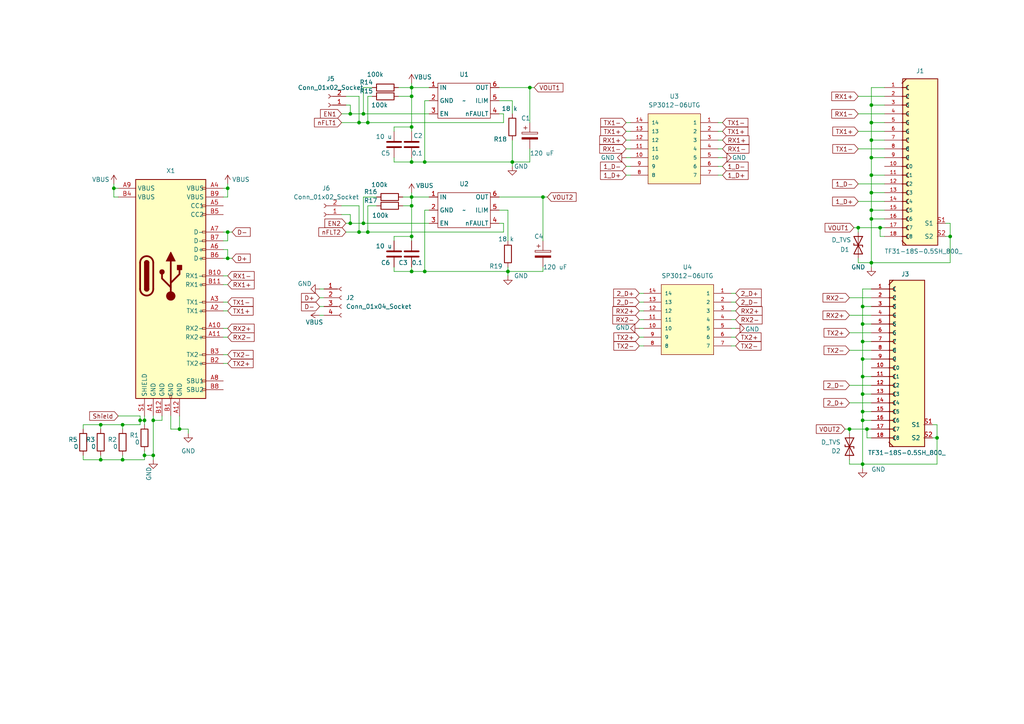
<source format=kicad_sch>
(kicad_sch (version 20250114) (generator "eeschema") (generator_version "9.0")
  (paper "A4")
  (lib_symbols
    (symbol "Connector:Conn_01x02_Socket" (pin_names (offset 1.016) (hide yes))
      (property "Reference" "J" (at 0 2.54 0))
      (property "Value" "Conn_01x02_Socket" (at 0 -5.08 0))
      (symbol "Conn_01x02_Socket_1_1"
        (pin passive line (at -5.08 0 0) (length 3.81) (name "Pin_1") (number "1"))
        (pin passive line (at -5.08 -2.54 0) (length 3.81) (name "Pin_2") (number "2"))
      )
    )
    (symbol "Connector:Conn_01x04_Socket" (pin_names (offset 1.016) (hide yes))
      (property "Reference" "J" (at 0 5.08 0))
      (property "Value" "Conn_01x04_Socket" (at 0 -7.62 0))
      (symbol "Conn_01x04_Socket_1_1"
        (pin passive line (at -5.08 2.54 0) (length 3.81) (name "Pin_1") (number "1"))
        (pin passive line (at -5.08 0 0) (length 3.81) (name "Pin_2") (number "2"))
        (pin passive line (at -5.08 -2.54 0) (length 3.81) (name "Pin_3") (number "3"))
        (pin passive line (at -5.08 -5.08 0) (length 3.81) (name "Pin_4") (number "4"))
      )
    )
    (symbol "Device:C" (pin_numbers (hide yes)) (pin_names (offset 0.254))
      (property "Reference" "C" (at 0.635 2.54 0))
      (property "Value" "C" (at 0.635 -2.54 0))
      (symbol "C_1_1"
        (pin passive line (at 0 3.81 270) (length 2.794) (name "~") (number "1"))
        (pin passive line (at 0 -3.81 90) (length 2.794) (name "~") (number "2"))
      )
    )
    (symbol "Device:C_Polarized" (pin_numbers (hide yes)) (pin_names (offset 0.254))
      (property "Reference" "C" (at 0.635 2.54 0))
      (property "Value" "C_Polarized" (at 0.635 -2.54 0))
      (symbol "C_Polarized_1_1"
        (pin passive line (at 0 3.81 270) (length 2.794) (name "~") (number "1"))
        (pin passive line (at 0 -3.81 90) (length 2.794) (name "~") (number "2"))
      )
    )
    (symbol "Device:D_TVS" (pin_numbers (hide yes)) (pin_names (offset 1.016) (hide yes))
      (property "Reference" "D" (at 0 2.54 0))
      (property "Value" "D_TVS" (at 0 -2.54 0))
      (symbol "D_TVS_1_1"
        (pin passive line (at -3.81 0 0) (length 2.54) (name "A1") (number "1"))
        (pin passive line (at 3.81 0 180) (length 2.54) (name "A2") (number "2"))
      )
    )
    (symbol "Device:R" (pin_numbers (hide yes)) (pin_names (offset 0))
      (property "Reference" "R" (at 2.032 0 90))
      (property "Value" "R" (at 0 0 90))
      (symbol "R_1_1"
        (pin passive line (at 0 3.81 270) (length 1.27) (name "~") (number "1"))
        (pin passive line (at 0 -3.81 90) (length 1.27) (name "~") (number "2"))
      )
    )
    (symbol "Shield1:USB_C_24pins"
      (property "Reference" "X1" (at 0 38.1 0))
      (property "Value" "USB_C_24pins" (at 0 35.56 0))
      (symbol "USB_C_24pins_1_1"
        (pin passive line (at -15.24 30.48 0) (length 5.08) (name "VBUS") (number "A9"))
        (pin passive line (at -15.24 27.94 0) (length 5.08) (name "VBUS") (number "B4"))
        (pin passive line (at -7.62 -35.56 90) (length 5.08) (name "SHIELD") (number "S1"))
        (pin passive line (at -7.62 -35.56 90) (length 5.08) (hide yes) (name "SHIELD") (number "S2"))
        (pin passive line (at -7.62 -35.56 90) (length 5.08) (hide yes) (name "SHIELD") (number "S3"))
        (pin passive line (at -7.62 -35.56 90) (length 5.08) (hide yes) (name "SHIELD") (number "S4"))
        (pin passive line (at -5.08 -35.56 90) (length 5.08) (name "GND") (number "A1"))
        (pin passive line (at -2.54 -35.56 90) (length 5.08) (name "GND") (number "B12"))
        (pin passive line (at 0 -35.56 90) (length 5.08) (name "GND") (number "B1"))
        (pin passive line (at 2.54 -35.56 90) (length 5.08) (name "GND") (number "A12"))
        (pin passive line (at 15.24 30.48 180) (length 5.08) (name "VBUS") (number "A4"))
        (pin passive line (at 15.24 27.94 180) (length 5.08) (name "VBUS") (number "B9"))
        (pin bidirectional line (at 15.24 25.4 180) (length 5.08) (name "CC1") (number "A5"))
        (pin bidirectional line (at 15.24 22.86 180) (length 5.08) (name "CC2") (number "B5"))
        (pin bidirectional line (at 15.24 17.78 180) (length 5.08) (name "D-") (number "A7"))
        (pin bidirectional line (at 15.24 15.24 180) (length 5.08) (name "D-") (number "B7"))
        (pin bidirectional line (at 15.24 12.7 180) (length 5.08) (name "D+") (number "A6"))
        (pin bidirectional line (at 15.24 10.16 180) (length 5.08) (name "D+") (number "B6"))
        (pin bidirectional line (at 15.24 5.08 180) (length 5.08) (name "RX1-") (number "B10"))
        (pin bidirectional line (at 15.24 2.54 180) (length 5.08) (name "RX1+") (number "B11"))
        (pin bidirectional line (at 15.24 -2.54 180) (length 5.08) (name "TX1-") (number "A3"))
        (pin bidirectional line (at 15.24 -5.08 180) (length 5.08) (name "TX1+") (number "A2"))
        (pin bidirectional line (at 15.24 -10.16 180) (length 5.08) (name "RX2-") (number "A10"))
        (pin bidirectional line (at 15.24 -12.7 180) (length 5.08) (name "RX2+") (number "A11"))
        (pin bidirectional line (at 15.24 -17.78 180) (length 5.08) (name "TX2-") (number "B3"))
        (pin bidirectional line (at 15.24 -20.32 180) (length 5.08) (name "TX2+") (number "B2"))
        (pin bidirectional line (at 15.24 -25.4 180) (length 5.08) (name "SBU1") (number "A8"))
        (pin bidirectional line (at 15.24 -27.94 180) (length 5.08) (name "SBU2") (number "B8"))
      )
    )
    (symbol "TF31-18S-0.5SH_800__1" (pin_names (offset 1.016))
      (property "Reference" "J" (at -5.58 25.4 0))
      (property "Value" "TF31-18S-0.5SH_800_" (at -5.08 -25.4 0))
      (symbol "TF31-18S-0.5SH_800__1_0_0"
        (pin passive line (at 10.16 22.86 180) (length 5.08) (name "1") (number "1"))
        (pin passive line (at 10.16 20.32 180) (length 5.08) (name "2") (number "2"))
        (pin passive line (at 10.16 17.78 180) (length 5.08) (name "3") (number "3"))
        (pin passive line (at 10.16 15.24 180) (length 5.08) (name "4") (number "4"))
        (pin passive line (at 10.16 12.7 180) (length 5.08) (name "5") (number "5"))
        (pin passive line (at 10.16 10.16 180) (length 5.08) (name "6") (number "6"))
        (pin passive line (at 10.16 7.62 180) (length 5.08) (name "7") (number "7"))
        (pin passive line (at 10.16 5.08 180) (length 5.08) (name "8") (number "8"))
        (pin passive line (at 10.16 2.54 180) (length 5.08) (name "9") (number "9"))
        (pin passive line (at 10.16 0 180) (length 5.08) (name "10") (number "10"))
        (pin passive line (at 10.16 -2.54 180) (length 5.08) (name "11") (number "11"))
        (pin passive line (at 10.16 -5.08 180) (length 5.08) (name "12") (number "12"))
        (pin passive line (at 10.16 -7.62 180) (length 5.08) (name "13") (number "13"))
        (pin passive line (at 10.16 -10.16 180) (length 5.08) (name "14") (number "14"))
        (pin passive line (at 10.16 -12.7 180) (length 5.08) (name "15") (number "15"))
        (pin passive line (at 10.16 -15.24 180) (length 5.08) (name "16") (number "16"))
        (pin passive line (at 10.16 -17.78 180) (length 5.08) (name "17") (number "17"))
        (pin passive line (at 10.16 -20.32 180) (length 5.08) (name "18") (number "18"))
      )
      (symbol "TF31-18S-0.5SH_800__1_1_1"
        (pin input line (at -7.62 -16.51 0) (length 2.54) (name "S1") (number "S1"))
        (pin input line (at -7.62 -20.32 0) (length 2.54) (name "S2") (number "S2"))
      )
    )
    (symbol "my8lib:TF31-18S-0.5SH_800_" (pin_names (offset 1.016))
      (property "Reference" "J" (at -5.58 25.4 0))
      (property "Value" "TF31-18S-0.5SH_800_" (at -5.08 -25.4 0))
      (symbol "TF31-18S-0.5SH_800__0_0"
        (pin passive line (at 10.16 22.86 180) (length 5.08) (name "1") (number "1"))
        (pin passive line (at 10.16 20.32 180) (length 5.08) (name "2") (number "2"))
        (pin passive line (at 10.16 17.78 180) (length 5.08) (name "3") (number "3"))
        (pin passive line (at 10.16 15.24 180) (length 5.08) (name "4") (number "4"))
        (pin passive line (at 10.16 12.7 180) (length 5.08) (name "5") (number "5"))
        (pin passive line (at 10.16 10.16 180) (length 5.08) (name "6") (number "6"))
        (pin passive line (at 10.16 7.62 180) (length 5.08) (name "7") (number "7"))
        (pin passive line (at 10.16 5.08 180) (length 5.08) (name "8") (number "8"))
        (pin passive line (at 10.16 2.54 180) (length 5.08) (name "9") (number "9"))
        (pin passive line (at 10.16 0 180) (length 5.08) (name "10") (number "10"))
        (pin passive line (at 10.16 -2.54 180) (length 5.08) (name "11") (number "11"))
        (pin passive line (at 10.16 -5.08 180) (length 5.08) (name "12") (number "12"))
        (pin passive line (at 10.16 -7.62 180) (length 5.08) (name "13") (number "13"))
        (pin passive line (at 10.16 -10.16 180) (length 5.08) (name "14") (number "14"))
        (pin passive line (at 10.16 -12.7 180) (length 5.08) (name "15") (number "15"))
        (pin passive line (at 10.16 -15.24 180) (length 5.08) (name "16") (number "16"))
        (pin passive line (at 10.16 -17.78 180) (length 5.08) (name "17") (number "17"))
        (pin passive line (at 10.16 -20.32 180) (length 5.08) (name "18") (number "18"))
      )
      (symbol "TF31-18S-0.5SH_800__1_1"
        (pin input line (at -7.62 -16.51 0) (length 2.54) (name "S1") (number "S1"))
        (pin input line (at -7.62 -20.32 0) (length 2.54) (name "S2") (number "S2"))
      )
    )
    (symbol "myLib8:SP3012-06UTG" (pin_names (offset 1.016))
      (property "Reference" "U" (at -7.62 10.668 0))
      (property "Value" "SP3012-06UTG" (at -7.62 -12.7 0))
      (symbol "SP3012-06UTG_0_0"
        (pin passive line (at -12.7 7.62 0) (length 5.08) (name "1") (number "1"))
        (pin passive line (at -12.7 5.08 0) (length 5.08) (name "2") (number "2"))
        (pin passive line (at -12.7 2.54 0) (length 5.08) (name "3") (number "3"))
        (pin passive line (at -12.7 0 0) (length 5.08) (name "4") (number "4"))
        (pin passive line (at -12.7 -2.54 0) (length 5.08) (name "5") (number "5"))
        (pin passive line (at -12.7 -5.08 0) (length 5.08) (name "6") (number "6"))
        (pin passive line (at -12.7 -7.62 0) (length 5.08) (name "7") (number "7"))
        (pin passive line (at 12.7 7.62 180) (length 5.08) (name "14") (number "14"))
        (pin passive line (at 12.7 5.08 180) (length 5.08) (name "13") (number "13"))
        (pin passive line (at 12.7 2.54 180) (length 5.08) (name "12") (number "12"))
        (pin passive line (at 12.7 0 180) (length 5.08) (name "11") (number "11"))
        (pin passive line (at 12.7 -2.54 180) (length 5.08) (name "10") (number "10"))
        (pin passive line (at 12.7 -5.08 180) (length 5.08) (name "9") (number "9"))
        (pin passive line (at 12.7 -7.62 180) (length 5.08) (name "8") (number "8"))
      )
    )
    (symbol "power:GND" (power) (pin_names (offset 0))
      (property "Value" "GND" (at 0 -3.81 0))
      (symbol "GND_1_1"
        (pin power_in line (at 0 0 270) (length 0) (hide yes) (name "GND") (number "1"))
      )
    )
    (symbol "power:VBUS" (power) (pin_names (offset 0))
      (property "Value" "VBUS" (at 0 3.81 0))
      (symbol "VBUS_1_1"
        (pin power_in line (at 0 0 90) (length 0) (hide yes) (name "VBUS") (number "1"))
      )
    )
    (symbol "swich emergent:tps2553"
      (property "Reference" "U" (at 0 7.62 0))
      (symbol "tps2553_1_1"
        (pin power_in line (at -10.16 3.81 0) (length 2.54) (name "IN") (number "1"))
        (pin power_in line (at -10.16 0 0) (length 2.54) (name "GND") (number "2"))
        (pin input line (at -10.16 -3.81 0) (length 2.54) (name "EN") (number "3"))
        (pin power_out line (at 10.16 3.81 180) (length 2.54) (name "OUT") (number "6"))
        (pin output line (at 10.16 0 180) (length 2.54) (name "ILIM") (number "5"))
        (pin open_collector line (at 10.16 -3.81 180) (length 2.54) (name "nFAULT") (number "4"))
      )
    )
  )
  (junction (at 119.38 68.58))
  (junction (at 35.56 133.35))
  (junction (at 248.92 66.04))
  (junction (at 106.68 35.56))
  (junction (at 40.64 121.92))
  (junction (at 271.78 127))
  (junction (at 250.19 121.92))
  (junction (at 66.04 54.61))
  (junction (at 252.73 60.96))
  (junction (at 44.45 121.92))
  (junction (at 44.45 132.08))
  (junction (at 105.41 64.77))
  (junction (at 101.6 64.77))
  (junction (at 119.38 36.83))
  (junction (at 275.59 68.58))
  (junction (at 250.19 99.06))
  (junction (at 101.6 33.02))
  (junction (at 147.32 78.74))
  (junction (at 250.19 119.38))
  (junction (at 252.73 55.88))
  (junction (at 252.73 30.48))
  (junction (at 29.21 133.35))
  (junction (at 106.68 67.31))
  (junction (at 250.19 93.98))
  (junction (at 119.38 25.4))
  (junction (at 148.59 46.99))
  (junction (at 251.46 124.46))
  (junction (at 250.19 134.62))
  (junction (at 252.73 76.2))
  (junction (at 33.02 54.61))
  (junction (at 246.38 124.46))
  (junction (at 252.73 40.64))
  (junction (at 252.73 50.8))
  (junction (at 252.73 45.72))
  (junction (at 104.14 67.31))
  (junction (at 104.14 35.56))
  (junction (at 35.56 123.19))
  (junction (at 250.19 88.9))
  (junction (at 41.91 132.08))
  (junction (at 252.73 63.5))
  (junction (at 119.38 57.15))
  (junction (at 119.38 27.94))
  (junction (at 250.19 104.14))
  (junction (at 123.19 46.99))
  (junction (at 119.38 78.74))
  (junction (at 123.19 78.74))
  (junction (at 29.21 123.19))
  (junction (at 105.41 33.02))
  (junction (at 157.48 57.15))
  (junction (at 153.67 25.4))
  (junction (at 250.19 114.3))
  (junction (at 250.19 109.22))
  (junction (at 52.07 124.46))
  (junction (at 252.73 35.56))
  (junction (at 119.38 46.99))
  (junction (at 66.04 74.93))
  (junction (at 119.38 59.69))
  (junction (at 66.04 67.31))
  (junction (at 41.91 121.92))
  (junction (at 255.27 66.04))
  (wire (pts (xy 252.73 40.64) (xy 252.73 45.72)))
  (wire (pts (xy 248.92 66.04) (xy 255.27 66.04)))
  (wire (pts (xy 109.22 59.69) (xy 106.68 59.69)))
  (wire (pts (xy 182.88 43.18) (xy 181.61 43.18)))
  (wire (pts (xy 250.19 119.38) (xy 250.19 121.92)))
  (wire (pts (xy 248.92 53.34) (xy 256.54 53.34)))
  (wire (pts (xy 252.73 30.48) (xy 252.73 35.56)))
  (wire (pts (xy 119.38 57.15) (xy 119.38 59.69)))
  (wire (pts (xy 46.99 120.65) (xy 46.99 121.92)))
  (wire (pts (xy 252.73 76.2) (xy 252.73 77.47)))
  (wire (pts (xy 148.59 40.64) (xy 148.59 46.99)))
  (wire (pts (xy 35.56 123.19) (xy 29.21 123.19)))
  (wire (pts (xy 114.3 36.83) (xy 119.38 36.83)))
  (wire (pts (xy 115.57 25.4) (xy 119.38 25.4)))
  (wire (pts (xy 146.05 67.31) (xy 146.05 64.77)))
  (wire (pts (xy 250.19 134.62) (xy 250.19 135.89)))
  (wire (pts (xy 119.38 57.15) (xy 124.46 57.15)))
  (wire (pts (xy 114.3 45.72) (xy 114.3 46.99)))
  (wire (pts (xy 67.31 74.93) (xy 66.04 74.93)))
  (wire (pts (xy 66.04 80.01) (xy 64.77 80.01)))
  (wire (pts (xy 252.73 55.88) (xy 252.73 60.96)))
  (wire (pts (xy 66.04 54.61) (xy 64.77 54.61)))
  (wire (pts (xy 252.73 109.22) (xy 250.19 109.22)))
  (wire (pts (xy 256.54 60.96) (xy 252.73 60.96)))
  (wire (pts (xy 271.78 134.62) (xy 250.19 134.62)))
  (wire (pts (xy 92.71 91.44) (xy 93.98 91.44)))
  (wire (pts (xy 104.14 59.69) (xy 104.14 67.31)))
  (wire (pts (xy 109.22 57.15) (xy 105.41 57.15)))
  (wire (pts (xy 246.38 86.36) (xy 252.73 86.36)))
  (wire (pts (xy 252.73 50.8) (xy 252.73 55.88)))
  (wire (pts (xy 248.92 67.31) (xy 248.92 66.04)))
  (wire (pts (xy 186.69 97.79) (xy 185.42 97.79)))
  (wire (pts (xy 271.78 123.19) (xy 271.78 127)))
  (wire (pts (xy 123.19 78.74) (xy 147.32 78.74)))
  (wire (pts (xy 252.73 63.5) (xy 252.73 76.2)))
  (wire (pts (xy 99.06 62.23) (xy 101.6 62.23)))
  (wire (pts (xy 146.05 64.77) (xy 144.78 64.77)))
  (wire (pts (xy 99.06 59.69) (xy 104.14 59.69)))
  (wire (pts (xy 119.38 46.99) (xy 123.19 46.99)))
  (wire (pts (xy 64.77 57.15) (xy 66.04 57.15)))
  (wire (pts (xy 209.55 45.72) (xy 208.28 45.72)))
  (wire (pts (xy 66.04 97.79) (xy 64.77 97.79)))
  (wire (pts (xy 147.32 78.74) (xy 147.32 80.01)))
  (wire (pts (xy 213.36 95.25) (xy 212.09 95.25)))
  (wire (pts (xy 252.73 40.64) (xy 256.54 40.64)))
  (wire (pts (xy 66.04 105.41) (xy 64.77 105.41)))
  (wire (pts (xy 248.92 27.94) (xy 256.54 27.94)))
  (wire (pts (xy 186.69 95.25) (xy 185.42 95.25)))
  (wire (pts (xy 123.19 46.99) (xy 148.59 46.99)))
  (wire (pts (xy 66.04 95.25) (xy 64.77 95.25)))
  (wire (pts (xy 105.41 64.77) (xy 124.46 64.77)))
  (wire (pts (xy 52.07 120.65) (xy 52.07 124.46)))
  (wire (pts (xy 252.73 99.06) (xy 250.19 99.06)))
  (wire (pts (xy 148.59 29.21) (xy 144.78 29.21)))
  (wire (pts (xy 213.36 90.17) (xy 212.09 90.17)))
  (wire (pts (xy 251.46 124.46) (xy 252.73 124.46)))
  (wire (pts (xy 182.88 48.26) (xy 181.61 48.26)))
  (wire (pts (xy 119.38 78.74) (xy 123.19 78.74)))
  (wire (pts (xy 92.71 83.82) (xy 93.98 83.82)))
  (wire (pts (xy 248.92 38.1) (xy 256.54 38.1)))
  (wire (pts (xy 104.14 27.94) (xy 104.14 35.56)))
  (wire (pts (xy 66.04 53.34) (xy 66.04 54.61)))
  (wire (pts (xy 119.38 24.13) (xy 119.38 25.4)))
  (wire (pts (xy 99.06 35.56) (xy 104.14 35.56)))
  (wire (pts (xy 116.84 57.15) (xy 119.38 57.15)))
  (wire (pts (xy 54.61 125.73) (xy 54.61 124.46)))
  (wire (pts (xy 250.19 83.82) (xy 250.19 88.9)))
  (wire (pts (xy 33.02 54.61) (xy 33.02 57.15)))
  (wire (pts (xy 147.32 69.85) (xy 147.32 60.96)))
  (wire (pts (xy 252.73 25.4) (xy 252.73 30.48)))
  (wire (pts (xy 186.69 85.09) (xy 185.42 85.09)))
  (wire (pts (xy 107.95 27.94) (xy 106.68 27.94)))
  (wire (pts (xy 186.69 87.63) (xy 185.42 87.63)))
  (wire (pts (xy 66.04 67.31) (xy 66.04 69.85)))
  (wire (pts (xy 35.56 124.46) (xy 35.56 123.19)))
  (wire (pts (xy 255.27 66.04) (xy 256.54 66.04)))
  (wire (pts (xy 101.6 62.23) (xy 101.6 64.77)))
  (wire (pts (xy 256.54 68.58) (xy 255.27 68.58)))
  (wire (pts (xy 119.38 25.4) (xy 124.46 25.4)))
  (wire (pts (xy 24.13 123.19) (xy 29.21 123.19)))
  (wire (pts (xy 105.41 57.15) (xy 105.41 64.77)))
  (wire (pts (xy 101.6 30.48) (xy 101.6 33.02)))
  (wire (pts (xy 157.48 57.15) (xy 157.48 69.85)))
  (wire (pts (xy 66.04 57.15) (xy 66.04 54.61)))
  (wire (pts (xy 252.73 50.8) (xy 256.54 50.8)))
  (wire (pts (xy 250.19 121.92) (xy 252.73 121.92)))
  (wire (pts (xy 92.71 86.36) (xy 93.98 86.36)))
  (wire (pts (xy 119.38 68.58) (xy 119.38 69.85)))
  (wire (pts (xy 66.04 67.31) (xy 67.31 67.31)))
  (wire (pts (xy 250.19 104.14) (xy 250.19 109.22)))
  (wire (pts (xy 106.68 35.56) (xy 146.05 35.56)))
  (wire (pts (xy 114.3 46.99) (xy 119.38 46.99)))
  (wire (pts (xy 119.38 46.99) (xy 119.38 45.72)))
  (wire (pts (xy 101.6 33.02) (xy 105.41 33.02)))
  (wire (pts (xy 119.38 36.83) (xy 119.38 38.1)))
  (wire (pts (xy 119.38 59.69) (xy 119.38 68.58)))
  (wire (pts (xy 274.32 68.58) (xy 275.59 68.58)))
  (wire (pts (xy 182.88 50.8) (xy 181.61 50.8)))
  (wire (pts (xy 246.38 116.84) (xy 252.73 116.84)))
  (wire (pts (xy 100.33 64.77) (xy 101.6 64.77)))
  (wire (pts (xy 248.92 33.02) (xy 256.54 33.02)))
  (wire (pts (xy 157.48 77.47) (xy 157.48 78.74)))
  (wire (pts (xy 92.71 88.9) (xy 93.98 88.9)))
  (wire (pts (xy 44.45 133.35) (xy 44.45 132.08)))
  (wire (pts (xy 44.45 132.08) (xy 44.45 121.92)))
  (wire (pts (xy 49.53 124.46) (xy 52.07 124.46)))
  (wire (pts (xy 186.69 100.33) (xy 185.42 100.33)))
  (wire (pts (xy 248.92 58.42) (xy 256.54 58.42)))
  (wire (pts (xy 252.73 35.56) (xy 252.73 40.64)))
  (wire (pts (xy 246.38 125.73) (xy 246.38 124.46)))
  (wire (pts (xy 100.33 27.94) (xy 104.14 27.94)))
  (wire (pts (xy 246.38 101.6) (xy 252.73 101.6)))
  (wire (pts (xy 104.14 67.31) (xy 106.68 67.31)))
  (wire (pts (xy 182.88 45.72) (xy 181.61 45.72)))
  (wire (pts (xy 107.95 25.4) (xy 105.41 25.4)))
  (wire (pts (xy 44.45 121.92) (xy 46.99 121.92)))
  (wire (pts (xy 119.38 55.88) (xy 119.38 57.15)))
  (wire (pts (xy 209.55 38.1) (xy 208.28 38.1)))
  (wire (pts (xy 256.54 25.4) (xy 252.73 25.4)))
  (wire (pts (xy 209.55 43.18) (xy 208.28 43.18)))
  (wire (pts (xy 248.92 76.2) (xy 248.92 74.93)))
  (wire (pts (xy 153.67 43.18) (xy 153.67 46.99)))
  (wire (pts (xy 41.91 132.08) (xy 44.45 132.08)))
  (wire (pts (xy 153.67 25.4) (xy 154.94 25.4)))
  (wire (pts (xy 251.46 124.46) (xy 251.46 127)))
  (wire (pts (xy 246.38 124.46) (xy 251.46 124.46)))
  (wire (pts (xy 252.73 114.3) (xy 250.19 114.3)))
  (wire (pts (xy 119.38 77.47) (xy 119.38 78.74)))
  (wire (pts (xy 250.19 109.22) (xy 250.19 114.3)))
  (wire (pts (xy 33.02 53.34) (xy 33.02 54.61)))
  (wire (pts (xy 250.19 93.98) (xy 250.19 99.06)))
  (wire (pts (xy 41.91 120.65) (xy 41.91 121.92)))
  (wire (pts (xy 246.38 124.46) (xy 245.11 124.46)))
  (wire (pts (xy 34.29 120.65) (xy 40.64 120.65)))
  (wire (pts (xy 209.55 35.56) (xy 208.28 35.56)))
  (wire (pts (xy 248.92 66.04) (xy 247.65 66.04)))
  (wire (pts (xy 106.68 67.31) (xy 146.05 67.31)))
  (wire (pts (xy 114.3 68.58) (xy 119.38 68.58)))
  (wire (pts (xy 24.13 132.08) (xy 24.13 133.35)))
  (wire (pts (xy 246.38 134.62) (xy 246.38 133.35)))
  (wire (pts (xy 114.3 78.74) (xy 119.38 78.74)))
  (wire (pts (xy 101.6 64.77) (xy 105.41 64.77)))
  (wire (pts (xy 252.73 45.72) (xy 252.73 50.8)))
  (wire (pts (xy 275.59 68.58) (xy 275.59 76.2)))
  (wire (pts (xy 148.59 46.99) (xy 153.67 46.99)))
  (wire (pts (xy 104.14 35.56) (xy 106.68 35.56)))
  (wire (pts (xy 275.59 76.2) (xy 252.73 76.2)))
  (wire (pts (xy 116.84 59.69) (xy 119.38 59.69)))
  (wire (pts (xy 123.19 60.96) (xy 123.19 78.74)))
  (wire (pts (xy 35.56 123.19) (xy 40.64 123.19)))
  (wire (pts (xy 252.73 127) (xy 251.46 127)))
  (wire (pts (xy 35.56 132.08) (xy 35.56 133.35)))
  (wire (pts (xy 252.73 119.38) (xy 250.19 119.38)))
  (wire (pts (xy 40.64 123.19) (xy 40.64 121.92)))
  (wire (pts (xy 270.51 123.19) (xy 271.78 123.19)))
  (wire (pts (xy 105.41 25.4) (xy 105.41 33.02)))
  (wire (pts (xy 147.32 78.74) (xy 157.48 78.74)))
  (wire (pts (xy 114.3 77.47) (xy 114.3 78.74)))
  (wire (pts (xy 114.3 69.85) (xy 114.3 68.58)))
  (wire (pts (xy 250.19 114.3) (xy 250.19 119.38)))
  (wire (pts (xy 186.69 90.17) (xy 185.42 90.17)))
  (wire (pts (xy 256.54 55.88) (xy 252.73 55.88)))
  (wire (pts (xy 256.54 63.5) (xy 252.73 63.5)))
  (wire (pts (xy 246.38 134.62) (xy 250.19 134.62)))
  (wire (pts (xy 40.64 120.65) (xy 40.64 121.92)))
  (wire (pts (xy 66.04 72.39) (xy 66.04 74.93)))
  (wire (pts (xy 33.02 57.15) (xy 34.29 57.15)))
  (wire (pts (xy 250.19 121.92) (xy 250.19 134.62)))
  (wire (pts (xy 213.36 85.09) (xy 212.09 85.09)))
  (wire (pts (xy 144.78 57.15) (xy 157.48 57.15)))
  (wire (pts (xy 64.77 67.31) (xy 66.04 67.31)))
  (wire (pts (xy 153.67 25.4) (xy 153.67 35.56)))
  (wire (pts (xy 66.04 74.93) (xy 64.77 74.93)))
  (wire (pts (xy 100.33 67.31) (xy 104.14 67.31)))
  (wire (pts (xy 114.3 38.1) (xy 114.3 36.83)))
  (wire (pts (xy 41.91 130.81) (xy 41.91 132.08)))
  (wire (pts (xy 246.38 96.52) (xy 252.73 96.52)))
  (wire (pts (xy 147.32 77.47) (xy 147.32 78.74)))
  (wire (pts (xy 66.04 87.63) (xy 64.77 87.63)))
  (wire (pts (xy 123.19 60.96) (xy 124.46 60.96)))
  (wire (pts (xy 213.36 97.79) (xy 212.09 97.79)))
  (wire (pts (xy 147.32 60.96) (xy 144.78 60.96)))
  (wire (pts (xy 213.36 100.33) (xy 212.09 100.33)))
  (wire (pts (xy 252.73 30.48) (xy 256.54 30.48)))
  (wire (pts (xy 24.13 124.46) (xy 24.13 123.19)))
  (wire (pts (xy 35.56 133.35) (xy 29.21 133.35)))
  (wire (pts (xy 271.78 127) (xy 271.78 134.62)))
  (wire (pts (xy 213.36 92.71) (xy 212.09 92.71)))
  (wire (pts (xy 274.32 64.77) (xy 275.59 64.77)))
  (wire (pts (xy 148.59 33.02) (xy 148.59 29.21)))
  (wire (pts (xy 252.73 93.98) (xy 250.19 93.98)))
  (wire (pts (xy 252.73 60.96) (xy 252.73 63.5)))
  (wire (pts (xy 157.48 57.15) (xy 158.75 57.15)))
  (wire (pts (xy 248.92 76.2) (xy 252.73 76.2)))
  (wire (pts (xy 35.56 133.35) (xy 41.91 133.35)))
  (wire (pts (xy 44.45 120.65) (xy 44.45 121.92)))
  (wire (pts (xy 275.59 64.77) (xy 275.59 68.58)))
  (wire (pts (xy 148.59 46.99) (xy 148.59 48.26)))
  (wire (pts (xy 252.73 35.56) (xy 256.54 35.56)))
  (wire (pts (xy 181.61 38.1) (xy 182.88 38.1)))
  (wire (pts (xy 66.04 90.17) (xy 64.77 90.17)))
  (wire (pts (xy 64.77 72.39) (xy 66.04 72.39)))
  (wire (pts (xy 124.46 29.21) (xy 123.19 29.21)))
  (wire (pts (xy 123.19 29.21) (xy 123.19 46.99)))
  (wire (pts (xy 29.21 123.19) (xy 29.21 124.46)))
  (wire (pts (xy 213.36 87.63) (xy 212.09 87.63)))
  (wire (pts (xy 252.73 45.72) (xy 256.54 45.72)))
  (wire (pts (xy 66.04 102.87) (xy 64.77 102.87)))
  (wire (pts (xy 246.38 111.76) (xy 252.73 111.76)))
  (wire (pts (xy 252.73 83.82) (xy 250.19 83.82)))
  (wire (pts (xy 100.33 30.48) (xy 101.6 30.48)))
  (wire (pts (xy 252.73 104.14) (xy 250.19 104.14)))
  (wire (pts (xy 119.38 25.4) (xy 119.38 27.94)))
  (wire (pts (xy 33.02 54.61) (xy 34.29 54.61)))
  (wire (pts (xy 144.78 25.4) (xy 153.67 25.4)))
  (wire (pts (xy 250.19 99.06) (xy 250.19 104.14)))
  (wire (pts (xy 66.04 82.55) (xy 64.77 82.55)))
  (wire (pts (xy 41.91 132.08) (xy 41.91 133.35)))
  (wire (pts (xy 246.38 91.44) (xy 252.73 91.44)))
  (wire (pts (xy 146.05 33.02) (xy 144.78 33.02)))
  (wire (pts (xy 181.61 35.56) (xy 182.88 35.56)))
  (wire (pts (xy 24.13 133.35) (xy 29.21 133.35)))
  (wire (pts (xy 146.05 35.56) (xy 146.05 33.02)))
  (wire (pts (xy 255.27 66.04) (xy 255.27 68.58)))
  (wire (pts (xy 29.21 132.08) (xy 29.21 133.35)))
  (wire (pts (xy 106.68 59.69) (xy 106.68 67.31)))
  (wire (pts (xy 252.73 88.9) (xy 250.19 88.9)))
  (wire (pts (xy 40.64 121.92) (xy 41.91 121.92)))
  (wire (pts (xy 105.41 33.02) (xy 124.46 33.02)))
  (wire (pts (xy 209.55 48.26) (xy 208.28 48.26)))
  (wire (pts (xy 52.07 124.46) (xy 54.61 124.46)))
  (wire (pts (xy 250.19 88.9) (xy 250.19 93.98)))
  (wire (pts (xy 49.53 120.65) (xy 49.53 124.46)))
  (wire (pts (xy 209.55 40.64) (xy 208.28 40.64)))
  (wire (pts (xy 182.88 40.64) (xy 181.61 40.64)))
  (wire (pts (xy 209.55 50.8) (xy 208.28 50.8)))
  (wire (pts (xy 248.92 43.18) (xy 256.54 43.18)))
  (wire (pts (xy 106.68 27.94) (xy 106.68 35.56)))
  (wire (pts (xy 41.91 121.92) (xy 41.91 123.19)))
  (wire (pts (xy 186.69 92.71) (xy 185.42 92.71)))
  (wire (pts (xy 99.06 33.02) (xy 101.6 33.02)))
  (wire (pts (xy 66.04 69.85) (xy 64.77 69.85)))
  (wire (pts (xy 115.57 27.94) (xy 119.38 27.94)))
  (wire (pts (xy 119.38 27.94) (xy 119.38 36.83)))
  (wire (pts (xy 270.51 127) (xy 271.78 127)))
  (global_label "VOUT2" (shape input) (at 245.11 124.46 180) (property "Intersheetrefs" "${INTERSHEET_REFS}" (effects (hide yes))))
  (global_label "TX2+" (shape input) (at 213.36 97.79 0) (property "Intersheetrefs" "${INTERSHEET_REFS}" (effects (hide yes))))
  (global_label "TX2-" (shape input) (at 185.42 100.33 180) (property "Intersheetrefs" "${INTERSHEET_REFS}" (effects (hide yes))))
  (global_label "TX1+" (shape input) (at 181.61 38.1 180) (property "Intersheetrefs" "${INTERSHEET_REFS}" (effects (hide yes))))
  (global_label "RX1-" (shape input) (at 181.61 43.18 180) (property "Intersheetrefs" "${INTERSHEET_REFS}" (effects (hide yes))))
  (global_label "RX2+" (shape input) (at 246.38 91.44 180) (property "Intersheetrefs" "${INTERSHEET_REFS}" (effects (hide yes))))
  (global_label "RX1-" (shape input) (at 66.04 80.01 0) (property "Intersheetrefs" "${INTERSHEET_REFS}" (effects (hide yes))))
  (global_label "VOUT1" (shape input) (at 154.94 25.4 0) (property "Intersheetrefs" "${INTERSHEET_REFS}" (effects (hide yes))))
  (global_label "TX2-" (shape input) (at 246.38 101.6 180) (property "Intersheetrefs" "${INTERSHEET_REFS}" (effects (hide yes))))
  (global_label "nFLT1" (shape input) (at 99.06 35.56 180) (property "Intersheetrefs" "${INTERSHEET_REFS}" (effects (hide yes))))
  (global_label "D+" (shape input) (at 92.71 86.36 180) (property "Intersheetrefs" "${INTERSHEET_REFS}" (effects (hide yes))))
  (global_label "RX1+" (shape input) (at 66.04 82.55 0) (property "Intersheetrefs" "${INTERSHEET_REFS}" (effects (hide yes))))
  (global_label "2_D+" (shape input) (at 213.36 85.09 0) (property "Intersheetrefs" "${INTERSHEET_REFS}" (effects (hide yes))))
  (global_label "RX2-" (shape input) (at 185.42 92.71 180) (property "Intersheetrefs" "${INTERSHEET_REFS}" (effects (hide yes))))
  (global_label "2_D+" (shape input) (at 246.38 116.84 180) (property "Intersheetrefs" "${INTERSHEET_REFS}" (effects (hide yes))))
  (global_label "D-" (shape input) (at 67.31 67.31 0) (property "Intersheetrefs" "${INTERSHEET_REFS}" (effects (hide yes))))
  (global_label "RX1+" (shape input) (at 248.92 27.94 180) (property "Intersheetrefs" "${INTERSHEET_REFS}" (effects (hide yes))))
  (global_label "RX2-" (shape input) (at 213.36 92.71 0) (property "Intersheetrefs" "${INTERSHEET_REFS}" (effects (hide yes))))
  (global_label "RX2-" (shape input) (at 66.04 97.79 0) (property "Intersheetrefs" "${INTERSHEET_REFS}" (effects (hide yes))))
  (global_label "2_D-" (shape input) (at 213.36 87.63 0) (property "Intersheetrefs" "${INTERSHEET_REFS}" (effects (hide yes))))
  (global_label "2_D+" (shape input) (at 185.42 85.09 180) (property "Intersheetrefs" "${INTERSHEET_REFS}" (effects (hide yes))))
  (global_label "TX1-" (shape input) (at 248.92 43.18 180) (property "Intersheetrefs" "${INTERSHEET_REFS}" (effects (hide yes))))
  (global_label "TX1-" (shape input) (at 181.61 35.56 180) (property "Intersheetrefs" "${INTERSHEET_REFS}" (effects (hide yes))))
  (global_label "D+" (shape input) (at 67.31 74.93 0) (property "Intersheetrefs" "${INTERSHEET_REFS}" (effects (hide yes))))
  (global_label "RX2+" (shape input) (at 213.36 90.17 0) (property "Intersheetrefs" "${INTERSHEET_REFS}" (effects (hide yes))))
  (global_label "EN2" (shape input) (at 100.33 64.77 180) (property "Intersheetrefs" "${INTERSHEET_REFS}" (effects (hide yes))))
  (global_label "TX2+" (shape input) (at 66.04 105.41 0) (property "Intersheetrefs" "${INTERSHEET_REFS}" (effects (hide yes))))
  (global_label "RX1+" (shape input) (at 181.61 40.64 180) (property "Intersheetrefs" "${INTERSHEET_REFS}" (effects (hide yes))))
  (global_label "nFLT2" (shape input) (at 100.33 67.31 180) (property "Intersheetrefs" "${INTERSHEET_REFS}" (effects (hide yes))))
  (global_label "Shield" (shape input) (at 34.29 120.65 180) (property "Intersheetrefs" "${INTERSHEET_REFS}" (effects (hide yes))))
  (global_label "VOUT2" (shape input) (at 158.75 57.15 0) (property "Intersheetrefs" "${INTERSHEET_REFS}" (effects (hide yes))))
  (global_label "RX2+" (shape input) (at 185.42 90.17 180) (property "Intersheetrefs" "${INTERSHEET_REFS}" (effects (hide yes))))
  (global_label "TX2+" (shape input) (at 185.42 97.79 180) (property "Intersheetrefs" "${INTERSHEET_REFS}" (effects (hide yes))))
  (global_label "VOUT1" (shape input) (at 247.65 66.04 180) (property "Intersheetrefs" "${INTERSHEET_REFS}" (effects (hide yes))))
  (global_label "TX1-" (shape input) (at 66.04 87.63 0) (property "Intersheetrefs" "${INTERSHEET_REFS}" (effects (hide yes))))
  (global_label "2_D-" (shape input) (at 185.42 87.63 180) (property "Intersheetrefs" "${INTERSHEET_REFS}" (effects (hide yes))))
  (global_label "1_D-" (shape input) (at 209.55 48.26 0) (property "Intersheetrefs" "${INTERSHEET_REFS}" (effects (hide yes))))
  (global_label "RX1-" (shape input) (at 248.92 33.02 180) (property "Intersheetrefs" "${INTERSHEET_REFS}" (effects (hide yes))))
  (global_label "2_D-" (shape input) (at 246.38 111.76 180) (property "Intersheetrefs" "${INTERSHEET_REFS}" (effects (hide yes))))
  (global_label "TX1+" (shape input) (at 209.55 38.1 0) (property "Intersheetrefs" "${INTERSHEET_REFS}" (effects (hide yes))))
  (global_label "1_D-" (shape input) (at 248.92 53.34 180) (property "Intersheetrefs" "${INTERSHEET_REFS}" (effects (hide yes))))
  (global_label "1_D-" (shape input) (at 181.61 48.26 180) (property "Intersheetrefs" "${INTERSHEET_REFS}" (effects (hide yes))))
  (global_label "D-" (shape input) (at 92.71 88.9 180) (property "Intersheetrefs" "${INTERSHEET_REFS}" (effects (hide yes))))
  (global_label "TX2+" (shape input) (at 246.38 96.52 180) (property "Intersheetrefs" "${INTERSHEET_REFS}" (effects (hide yes))))
  (global_label "RX2-" (shape input) (at 246.38 86.36 180) (property "Intersheetrefs" "${INTERSHEET_REFS}" (effects (hide yes))))
  (global_label "EN1" (shape input) (at 99.06 33.02 180) (property "Intersheetrefs" "${INTERSHEET_REFS}" (effects (hide yes))))
  (global_label "TX2-" (shape input) (at 213.36 100.33 0) (property "Intersheetrefs" "${INTERSHEET_REFS}" (effects (hide yes))))
  (global_label "TX1-" (shape input) (at 209.55 35.56 0) (property "Intersheetrefs" "${INTERSHEET_REFS}" (effects (hide yes))))
  (global_label "1_D+" (shape input) (at 209.55 50.8 0) (property "Intersheetrefs" "${INTERSHEET_REFS}" (effects (hide yes))))
  (global_label "RX2+" (shape input) (at 66.04 95.25 0) (property "Intersheetrefs" "${INTERSHEET_REFS}" (effects (hide yes))))
  (global_label "TX1+" (shape input) (at 66.04 90.17 0) (property "Intersheetrefs" "${INTERSHEET_REFS}" (effects (hide yes))))
  (global_label "TX2-" (shape input) (at 66.04 102.87 0) (property "Intersheetrefs" "${INTERSHEET_REFS}" (effects (hide yes))))
  (global_label "RX1+" (shape input) (at 209.55 40.64 0) (property "Intersheetrefs" "${INTERSHEET_REFS}" (effects (hide yes))))
  (global_label "RX1-" (shape input) (at 209.55 43.18 0) (property "Intersheetrefs" "${INTERSHEET_REFS}" (effects (hide yes))))
  (global_label "1_D+" (shape input) (at 181.61 50.8 180) (property "Intersheetrefs" "${INTERSHEET_REFS}" (effects (hide yes))))
  (global_label "1_D+" (shape input) (at 248.92 58.42 180) (property "Intersheetrefs" "${INTERSHEET_REFS}" (effects (hide yes))))
  (global_label "TX1+" (shape input) (at 248.92 38.1 180) (property "Intersheetrefs" "${INTERSHEET_REFS}" (effects (hide yes))))
  (symbol (lib_id "Device:R") (at 111.76 27.94 90) (unit 1)
    (property "Reference" "R15" (at 108.204 26.416 90) (effects (justify left)))
    (property "Value" "100k" (at 112.522 30.48 90) (effects (justify left)))
    (property "Footprint" "Resistor_SMD:R_0402_1005Metric" (effects (hide yes)))
    (property "Description" "Resistor" (effects (hide yes)))
  )
  (symbol (lib_id "swich emergent:tps2553") (at 134.62 60.96 0) (unit 1)
    (property "Reference" "U2" (at 134.62 53.34 0))
    (property "Value" "~" (at 134.62 60.96 0))
    (property "Footprint" "Package_TO_SOT_SMD:SOT-23-6_Handsoldering" (effects (hide yes)))
  )
  (symbol (lib_id "Connector:Conn_01x04_Socket") (at 99.06 86.36 0) (unit 1)
    (property "Reference" "J2" (at 100.33 86.3599 0) (effects (justify left)))
    (property "Value" "Conn_01x04_Socket" (at 100.33 88.8999 0) (effects (justify left)))
    (property "Footprint" "Connector_PinSocket_2.54mm:PinSocket_1x04_P2.54mm_Vertical" (effects (hide yes)))
    (property "Description" "Generic connector, single row, 01x04, script generated" (effects (hide yes)))
  )
  (symbol (lib_name "TF31-18S-0.5SH_800__1") (lib_id "my8lib:TF31-18S-0.5SH_800_") (at 266.7 48.26 0) (mirror y) (unit 1)
    (property "Reference" "J1" (at 265.684 20.574 0) (effects (justify right)))
    (property "Value" "TF31-18S-0.5SH_800_" (at 256.54 72.898 0) (effects (justify right)))
    (property "Footprint" "my8lib:HRS_TF31-18S-0.5SH_800_" (effects (hide yes)))
    (property "MF" "Hirose Electric Co Ltd" (effects (hide yes)))
    (property "Description_1" "\n18 Position FFC, FPC Connector Contacts, Bottom 0.020 (0.50mm) Surface Mount, Right Angle\n" (effects (hide yes)))
    (property "Package" "None" (effects (hide yes)))
    (property "Price" "None" (effects (hide yes)))
    (property "Check_prices" "https://www.snapeda.com/parts/TF31-18S-0.5SH(800)/Hirose/view-part/?ref=eda" (effects (hide yes)))
    (property "SnapEDA_Link" "https://www.snapeda.com/parts/TF31-18S-0.5SH(800)/Hirose/view-part/?ref=snap" (effects (hide yes)))
    (property "MP" "TF31-18S-0.5SH(800)" (effects (hide yes)))
    (property "Purchase-URL" "https://www.snapeda.com/api/url_track_click_mouser/?unipart_id=4877396&manufacturer=Hirose Electric Co Ltd&part_name=TF31-18S-0.5SH(800)&search_term=None" (effects (hide yes)))
    (property "Availability" "In Stock" (effects (hide yes)))
    (property "MANUFACTURER" "HRS" (effects (hide yes)))
  )
  (symbol (lib_id "power:VBUS") (at 66.04 53.34 0) (mirror y) (unit 1)
    (property "Reference" "#PWR015" (effects (hide yes)))
    (property "Value" "VBUS" (at 69.85 52.07 0))
  )
  (symbol (lib_id "Device:R") (at 113.03 59.69 90) (unit 1)
    (property "Reference" "R17" (at 109.474 58.166 90) (effects (justify left)))
    (property "Value" "100k" (at 112.776 62.484 90) (effects (justify left)))
    (property "Footprint" "Resistor_SMD:R_0402_1005Metric" (effects (hide yes)))
    (property "Description" "Resistor" (effects (hide yes)))
  )
  (symbol (lib_id "power:VBUS") (at 92.71 91.44 90) (mirror x) (unit 1)
    (property "Reference" "#PWR022" (effects (hide yes)))
    (property "Value" "VBUS" (at 91.186 93.472 90))
  )
  (symbol (lib_id "Device:D_TVS") (at 248.92 71.12 270) (unit 1)
    (property "Reference" "D1" (at 246.38 72.39 90) (effects (justify right)))
    (property "Value" "D_TVS" (at 246.888 69.596 90) (effects (justify right)))
    (property "Footprint" "Diode_SMD:D_SOD-523" (effects (hide yes)))
  )
  (symbol (lib_id "power:GND") (at 185.42 95.25 270) (mirror x) (unit 1)
    (property "Reference" "#PWR014" (effects (hide yes)))
    (property "Value" "GND" (at 180.594 94.996 90))
  )
  (symbol (lib_id "power:GND") (at 148.59 48.26 0) (unit 1)
    (property "Reference" "#PWR07" (effects (hide yes)))
    (property "Value" "GND" (at 151.13 48.26 0))
  )
  (symbol (lib_id "myLib8:SP3012-06UTG") (at 195.58 43.18 0) (mirror y) (unit 1)
    (property "Reference" "U3" (at 195.58 27.94 0))
    (property "Value" "SP3012-06UTG" (at 195.58 30.48 0))
    (property "Footprint" "myLib8:DFN-14_1.35x3.5mm_P0.5mm" (effects (hide yes)))
    (property "B_NOM" "0.2" (effects (hide yes)))
    (property "D_MAX" "3.6" (effects (hide yes)))
    (property "A_MAX" "0.55" (effects (hide yes)))
    (property "B_MIN" "0.15" (effects (hide yes)))
    (property "Check_prices" "https://www.snapeda.com/parts/SP3012-06UTG/Ersa/view-part/?ref=eda" (effects (hide yes)))
    (property "B_MAX" "0.25" (effects (hide yes)))
    (property "Description_1" "\nESD Suppressor Diode Array Uni-Dir 5V Automotive 14-Pin UDFN T/R\n" (effects (hide yes)))
    (property "Price" "None" (effects (hide yes)))
    (property "ENOM" "0.5" (effects (hide yes)))
    (property "D_NOM" "3.5" (effects (hide yes)))
    (property "L_MAX" "0.35" (effects (hide yes)))
    (property "Package" "None" (effects (hide yes)))
    (property "E2_NOM" "0.0" (effects (hide yes)))
    (property "D2_NOM" "0.0" (effects (hide yes)))
    (property "PARTREV" "02/23/17" (effects (hide yes)))
    (property "SnapEDA_Link" "https://www.snapeda.com/parts/SP3012-06UTG/Ersa/view-part/?ref=snap" (effects (hide yes)))
    (property "E_NOM" "1.35" (effects (hide yes)))
    (property "STANDARD" "IPC 7351B" (effects (hide yes)))
    (property "PIN_COUNT" "14.0" (effects (hide yes)))
    (property "L_NOM" "0.3" (effects (hide yes)))
    (property "MANUFACTURER" "Littelfuse" (effects (hide yes)))
    (property "MF" "Littelfuse" (effects (hide yes)))
    (property "MAXIMUM_PACKAGE_HEIGHT" "0.55mm" (effects (hide yes)))
    (property "E_MIN" "1.25" (effects (hide yes)))
    (property "D_MIN" "3.4" (effects (hide yes)))
    (property "MP" "SP3012-06UTG" (effects (hide yes)))
    (property "L_MIN" "0.25" (effects (hide yes)))
    (property "Availability" "In Stock" (effects (hide yes)))
    (property "E_MAX" "1.45" (effects (hide yes)))
  )
  (symbol (lib_id "power:GND") (at 252.73 77.47 0) (mirror y) (unit 1)
    (property "Reference" "#PWR01" (effects (hide yes)))
    (property "Value" "GND" (at 248.92 77.47 0))
  )
  (symbol (lib_id "Device:C_Polarized") (at 157.48 73.66 0) (unit 1)
    (property "Reference" "C4" (at 154.94 68.58 0) (effects (justify left)))
    (property "Value" "120 uF" (at 157.48 77.47 0) (effects (justify left)))
    (property "Footprint" "Capacitor_THT:CP_Radial_D5.0mm_P2.00mm" (effects (hide yes)))
  )
  (symbol (lib_id "power:GND") (at 44.45 133.35 0) (unit 1)
    (property "Reference" "#PWR021" (effects (hide yes)))
    (property "Value" "GND" (at 43.18 137.414 90))
  )
  (symbol (lib_id "power:GND") (at 147.32 80.01 0) (unit 1)
    (property "Reference" "#PWR010" (effects (hide yes)))
    (property "Value" "GND" (at 151.13 80.01 0))
  )
  (symbol (lib_id "power:GND") (at 54.61 125.73 0) (unit 1)
    (property "Reference" "#PWR020" (effects (hide yes)))
    (property "Value" "GND" (at 54.61 130.81 0))
  )
  (symbol (lib_id "power:GND") (at 92.71 83.82 270) (unit 1)
    (property "Reference" "#PWR019" (effects (hide yes)))
    (property "Value" "GND" (at 90.424 82.296 90) (effects (justify right)))
  )
  (symbol (lib_id "power:VBUS") (at 33.02 53.34 0) (unit 1)
    (property "Reference" "#PWR016" (effects (hide yes)))
    (property "Value" "VBUS" (at 29.21 52.07 0))
  )
  (symbol (lib_id "Device:C_Polarized") (at 153.67 39.37 0) (unit 1)
    (property "Reference" "C1" (at 151.13 34.29 0) (effects (justify left)))
    (property "Value" "120 uF" (at 153.67 44.45 0) (effects (justify left)))
    (property "Footprint" "Capacitor_THT:CP_Radial_D5.0mm_P2.00mm" (effects (hide yes)))
  )
  (symbol (lib_id "Device:R") (at 147.32 73.66 180) (unit 1)
    (property "Reference" "R19" (at 145.796 77.216 0) (effects (justify left)))
    (property "Value" "18 k" (at 149.098 69.342 0) (effects (justify left)))
    (property "Footprint" "Resistor_SMD:R_0402_1005Metric" (effects (hide yes)))
    (property "Description" "Resistor" (effects (hide yes)))
  )
  (symbol (lib_id "Device:R") (at 24.13 128.27 0) (unit 1)
    (property "Reference" "R5" (at 19.812 127.508 0) (effects (justify left)))
    (property "Value" "0" (at 21.336 129.54 0) (effects (justify left)))
    (property "Footprint" "Resistor_SMD:R_0201_0603Metric_Pad0.64x0.40mm_HandSolder" (effects (hide yes)))
    (property "Description" "Resistor" (effects (hide yes)))
  )
  (symbol (lib_id "Device:C") (at 114.3 73.66 0) (unit 1)
    (property "Reference" "C6" (at 110.49 76.2 0) (effects (justify left)))
    (property "Value" "10 u" (at 108.966 71.374 0) (effects (justify left)))
    (property "Footprint" "Capacitor_SMD:C_0402_1005Metric" (effects (hide yes)))
  )
  (symbol (lib_id "power:VBUS") (at 119.38 55.88 0) (unit 1)
    (property "Reference" "#PWR08" (effects (hide yes)))
    (property "Value" "VBUS" (at 123.19 53.848 0))
  )
  (symbol (lib_id "Device:C") (at 119.38 73.66 0) (unit 1)
    (property "Reference" "C3" (at 115.57 76.2 0) (effects (justify left)))
    (property "Value" "0.1" (at 119.38 76.2 0) (effects (justify left)))
    (property "Footprint" "Capacitor_SMD:C_0402_1005Metric" (effects (hide yes)))
  )
  (symbol (lib_id "Device:R") (at 29.21 128.27 0) (unit 1)
    (property "Reference" "R3" (at 24.892 127.508 0) (effects (justify left)))
    (property "Value" "0" (at 26.416 129.54 0) (effects (justify left)))
    (property "Footprint" "Resistor_SMD:R_0201_0603Metric_Pad0.64x0.40mm_HandSolder" (effects (hide yes)))
    (property "Description" "Resistor" (effects (hide yes)))
  )
  (symbol (lib_id "power:GND") (at 250.19 135.89 0) (unit 1)
    (property "Reference" "#PWR02" (effects (hide yes)))
    (property "Value" "GND" (at 254.762 136.144 0))
  )
  (symbol (lib_id "Device:D_TVS") (at 246.38 129.54 270) (unit 1)
    (property "Reference" "D2" (at 243.84 130.81 90) (effects (justify right)))
    (property "Value" "D_TVS" (at 243.84 128.27 90) (effects (justify right)))
    (property "Footprint" "Diode_SMD:D_SOD-523" (effects (hide yes)))
  )
  (symbol (lib_id "power:GND") (at 181.61 45.72 270) (mirror x) (unit 1)
    (property "Reference" "#PWR09" (effects (hide yes)))
    (property "Value" "GND" (at 176.276 45.72 90))
  )
  (symbol (lib_id "my8lib:TF31-18S-0.5SH_800_") (at 262.89 106.68 0) (mirror y) (unit 1)
    (property "Reference" "J3" (at 261.366 79.502 0) (effects (justify right)))
    (property "Value" "TF31-18S-0.5SH_800_" (at 251.714 131.318 0) (effects (justify right)))
    (property "Footprint" "my8lib:HRS_TF31-18S-0.5SH_800_" (effects (hide yes)))
    (property "MF" "Hirose Electric Co Ltd" (effects (hide yes)))
    (property "Description_1" "\n18 Position FFC, FPC Connector Contacts, Bottom 0.020 (0.50mm) Surface Mount, Right Angle\n" (effects (hide yes)))
    (property "Package" "None" (effects (hide yes)))
    (property "Price" "None" (effects (hide yes)))
    (property "Check_prices" "https://www.snapeda.com/parts/TF31-18S-0.5SH(800)/Hirose/view-part/?ref=eda" (effects (hide yes)))
    (property "SnapEDA_Link" "https://www.snapeda.com/parts/TF31-18S-0.5SH(800)/Hirose/view-part/?ref=snap" (effects (hide yes)))
    (property "MP" "TF31-18S-0.5SH(800)" (effects (hide yes)))
    (property "Purchase-URL" "https://www.snapeda.com/api/url_track_click_mouser/?unipart_id=4877396&manufacturer=Hirose Electric Co Ltd&part_name=TF31-18S-0.5SH(800)&search_term=None" (effects (hide yes)))
    (property "Availability" "In Stock" (effects (hide yes)))
    (property "MANUFACTURER" "HRS" (effects (hide yes)))
  )
  (symbol (lib_id "Connector:Conn_01x02_Socket") (at 93.98 62.23 180) (unit 1)
    (property "Reference" "J6" (at 94.615 54.61 0))
    (property "Value" "Conn_01x02_Socket" (at 94.615 57.15 0))
    (property "Footprint" "Connector_PinHeader_1.27mm:PinHeader_1x02_P1.27mm_Vertical" (effects (hide yes)))
    (property "Description" "Generic connector, single row, 01x02, script generated" (effects (hide yes)))
  )
  (symbol (lib_id "Device:R") (at 111.76 25.4 90) (unit 1)
    (property "Reference" "R14" (at 108.204 23.876 90) (effects (justify left)))
    (property "Value" "100k" (at 111.252 21.59 90) (effects (justify left)))
    (property "Footprint" "Resistor_SMD:R_0402_1005Metric" (effects (hide yes)))
    (property "Description" "Resistor" (effects (hide yes)))
  )
  (symbol (lib_id "Connector:Conn_01x02_Socket") (at 95.25 30.48 180) (unit 1)
    (property "Reference" "J5" (at 95.885 22.86 0))
    (property "Value" "Conn_01x02_Socket" (at 95.885 25.4 0))
    (property "Footprint" "Connector_PinHeader_1.27mm:PinHeader_1x02_P1.27mm_Vertical" (effects (hide yes)))
    (property "Description" "Generic connector, single row, 01x02, script generated" (effects (hide yes)))
  )
  (symbol (lib_id "myLib8:SP3012-06UTG") (at 199.39 92.71 0) (mirror y) (unit 1)
    (property "Reference" "U4" (at 199.39 77.47 0))
    (property "Value" "SP3012-06UTG" (at 199.39 80.01 0))
    (property "Footprint" "myLib8:DFN-14_1.35x3.5mm_P0.5mm" (effects (hide yes)))
    (property "B_NOM" "0.2" (effects (hide yes)))
    (property "D_MAX" "3.6" (effects (hide yes)))
    (property "A_MAX" "0.55" (effects (hide yes)))
    (property "B_MIN" "0.15" (effects (hide yes)))
    (property "Check_prices" "https://www.snapeda.com/parts/SP3012-06UTG/Ersa/view-part/?ref=eda" (effects (hide yes)))
    (property "B_MAX" "0.25" (effects (hide yes)))
    (property "Description_1" "\nESD Suppressor Diode Array Uni-Dir 5V Automotive 14-Pin UDFN T/R\n" (effects (hide yes)))
    (property "Price" "None" (effects (hide yes)))
    (property "ENOM" "0.5" (effects (hide yes)))
    (property "D_NOM" "3.5" (effects (hide yes)))
    (property "L_MAX" "0.35" (effects (hide yes)))
    (property "Package" "None" (effects (hide yes)))
    (property "E2_NOM" "0.0" (effects (hide yes)))
    (property "D2_NOM" "0.0" (effects (hide yes)))
    (property "PARTREV" "02/23/17" (effects (hide yes)))
    (property "SnapEDA_Link" "https://www.snapeda.com/parts/SP3012-06UTG/Ersa/view-part/?ref=snap" (effects (hide yes)))
    (property "E_NOM" "1.35" (effects (hide yes)))
    (property "STANDARD" "IPC 7351B" (effects (hide yes)))
    (property "PIN_COUNT" "14.0" (effects (hide yes)))
    (property "L_NOM" "0.3" (effects (hide yes)))
    (property "MANUFACTURER" "Littelfuse" (effects (hide yes)))
    (property "MF" "Littelfuse" (effects (hide yes)))
    (property "MAXIMUM_PACKAGE_HEIGHT" "0.55mm" (effects (hide yes)))
    (property "E_MIN" "1.25" (effects (hide yes)))
    (property "D_MIN" "3.4" (effects (hide yes)))
    (property "MP" "SP3012-06UTG" (effects (hide yes)))
    (property "L_MIN" "0.25" (effects (hide yes)))
    (property "Availability" "In Stock" (effects (hide yes)))
    (property "E_MAX" "1.45" (effects (hide yes)))
  )
  (symbol (lib_id "Device:R") (at 148.59 36.83 180) (unit 1)
    (property "Reference" "R18" (at 147.066 40.386 0) (effects (justify left)))
    (property "Value" "18 k" (at 150.114 31.496 0) (effects (justify left)))
    (property "Footprint" "Resistor_SMD:R_0402_1005Metric" (effects (hide yes)))
    (property "Description" "Resistor" (effects (hide yes)))
  )
  (symbol (lib_id "Device:R") (at 41.91 127 0) (unit 1)
    (property "Reference" "R1" (at 37.592 126.238 0) (effects (justify left)))
    (property "Value" "0" (at 39.116 128.27 0) (effects (justify left)))
    (property "Footprint" "Resistor_SMD:R_0201_0603Metric_Pad0.64x0.40mm_HandSolder" (effects (hide yes)))
    (property "Description" "Resistor" (effects (hide yes)))
  )
  (symbol (lib_id "power:VBUS") (at 119.38 24.13 0) (unit 1)
    (property "Reference" "#PWR03" (effects (hide yes)))
    (property "Value" "VBUS" (at 122.682 22.352 0))
  )
  (symbol (lib_id "Device:C") (at 119.38 41.91 0) (unit 1)
    (property "Reference" "C2" (at 119.888 39.37 0) (effects (justify left)))
    (property "Value" "0.1" (at 119.38 44.45 0) (effects (justify left)))
    (property "Footprint" "Capacitor_SMD:C_0402_1005Metric" (effects (hide yes)))
  )
  (symbol (lib_id "Device:R") (at 113.03 57.15 90) (unit 1)
    (property "Reference" "R16" (at 109.474 55.626 90) (effects (justify left)))
    (property "Value" "100k" (at 112.522 53.594 90) (effects (justify left)))
    (property "Footprint" "Resistor_SMD:R_0402_1005Metric" (effects (hide yes)))
    (property "Description" "Resistor" (effects (hide yes)))
  )
  (symbol (lib_id "Device:R") (at 35.56 128.27 0) (unit 1)
    (property "Reference" "R2" (at 31.242 127.508 0) (effects (justify left)))
    (property "Value" "0" (at 32.766 129.54 0) (effects (justify left)))
    (property "Footprint" "Resistor_SMD:R_0201_0603Metric_Pad0.64x0.40mm_HandSolder" (effects (hide yes)))
    (property "Description" "Resistor" (effects (hide yes)))
  )
  (symbol (lib_id "power:GND") (at 213.36 95.25 90) (mirror x) (unit 1)
    (property "Reference" "#PWR013" (effects (hide yes)))
    (property "Value" "GND" (at 218.186 95.504 90))
  )
  (symbol (lib_id "Device:C") (at 114.3 41.91 0) (unit 1)
    (property "Reference" "C5" (at 110.49 44.45 0) (effects (justify left)))
    (property "Value" "10 u" (at 108.966 39.624 0) (effects (justify left)))
    (property "Footprint" "Capacitor_SMD:C_0402_1005Metric" (effects (hide yes)))
  )
  (symbol (lib_id "Shield1:USB_C_24pins") (at 49.53 85.09 0) (unit 1)
    (property "Reference" "X1" (at 49.53 49.53 0))
    (property "Value" "USB_C_24pins" (effects (hide yes)))
    (property "Footprint" "Connector_USB:USB_C_Receptacle_JAE_DX07S024WJ3R400" (effects (hide yes)))
  )
  (symbol (lib_id "swich emergent:tps2553") (at 134.62 29.21 0) (unit 1)
    (property "Reference" "U1" (at 134.62 21.59 0))
    (property "Value" "~" (at 134.62 29.21 0))
    (property "Footprint" "Package_TO_SOT_SMD:SOT-23-6_Handsoldering" (effects (hide yes)))
  )
  (symbol (lib_id "power:GND") (at 209.55 45.72 90) (mirror x) (unit 1)
    (property "Reference" "#PWR06" (effects (hide yes)))
    (property "Value" "GND" (at 214.376 45.72 90))
  )
)
</source>
